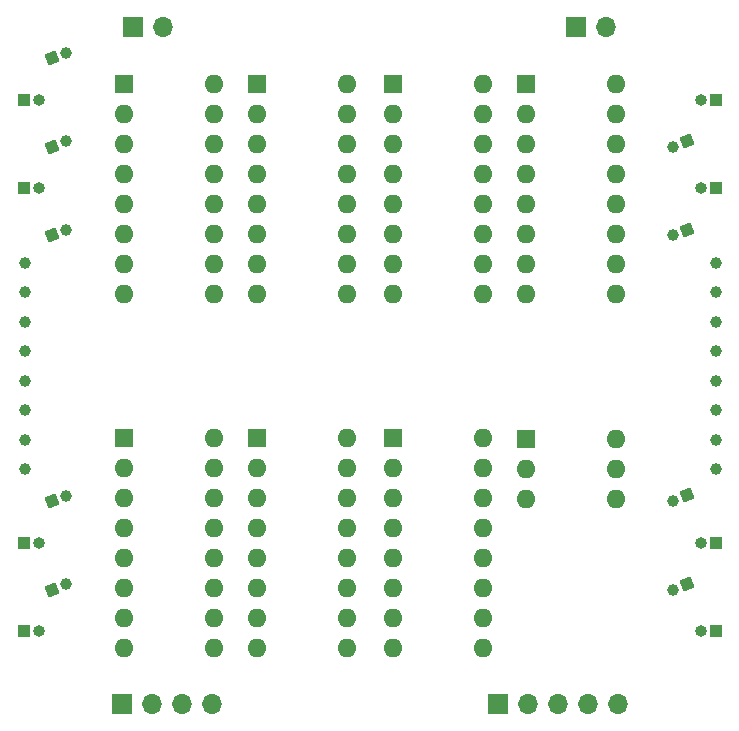
<source format=gbr>
%TF.GenerationSoftware,KiCad,Pcbnew,7.0.1*%
%TF.CreationDate,2023-08-30T09:26:48-04:00*%
%TF.ProjectId,TacTile-C,54616354-696c-4652-9d43-2e6b69636164,rev?*%
%TF.SameCoordinates,Original*%
%TF.FileFunction,Soldermask,Bot*%
%TF.FilePolarity,Negative*%
%FSLAX46Y46*%
G04 Gerber Fmt 4.6, Leading zero omitted, Abs format (unit mm)*
G04 Created by KiCad (PCBNEW 7.0.1) date 2023-08-30 09:26:48*
%MOMM*%
%LPD*%
G01*
G04 APERTURE LIST*
G04 Aperture macros list*
%AMHorizOval*
0 Thick line with rounded ends*
0 $1 width*
0 $2 $3 position (X,Y) of the first rounded end (center of the circle)*
0 $4 $5 position (X,Y) of the second rounded end (center of the circle)*
0 Add line between two ends*
20,1,$1,$2,$3,$4,$5,0*
0 Add two circle primitives to create the rounded ends*
1,1,$1,$2,$3*
1,1,$1,$4,$5*%
%AMRotRect*
0 Rectangle, with rotation*
0 The origin of the aperture is its center*
0 $1 length*
0 $2 width*
0 $3 Rotation angle, in degrees counterclockwise*
0 Add horizontal line*
21,1,$1,$2,0,0,$3*%
G04 Aperture macros list end*
%ADD10C,1.000000*%
%ADD11R,1.000000X1.000000*%
%ADD12O,1.000000X1.000000*%
%ADD13R,1.600000X1.600000*%
%ADD14O,1.600000X1.600000*%
%ADD15RotRect,1.000000X1.000000X292.000000*%
%ADD16HorizOval,1.000000X0.000000X0.000000X0.000000X0.000000X0*%
%ADD17RotRect,1.000000X1.000000X112.000000*%
%ADD18HorizOval,1.000000X0.000000X0.000000X0.000000X0.000000X0*%
%ADD19R,1.700000X1.700000*%
%ADD20O,1.700000X1.700000*%
G04 APERTURE END LIST*
D10*
%TO.C,JMP3*%
X25800000Y-51300000D03*
%TD*%
%TO.C,JMP6*%
X25800000Y-58800000D03*
%TD*%
%TO.C,JMP16*%
X84300000Y-63800000D03*
%TD*%
D11*
%TO.C,J6*%
X84300000Y-40000000D03*
D12*
X83030000Y-40000000D03*
%TD*%
D13*
%TO.C,U3*%
X45500000Y-31150000D03*
D14*
X45500000Y-33690000D03*
X45500000Y-36230000D03*
X45500000Y-38770000D03*
X45500000Y-41310000D03*
X45500000Y-43850000D03*
X45500000Y-46390000D03*
X45500000Y-48930000D03*
X53120000Y-48930000D03*
X53120000Y-46390000D03*
X53120000Y-43850000D03*
X53120000Y-41310000D03*
X53120000Y-38770000D03*
X53120000Y-36230000D03*
X53120000Y-33690000D03*
X53120000Y-31150000D03*
%TD*%
D10*
%TO.C,JMP14*%
X84300000Y-58800000D03*
%TD*%
D15*
%TO.C,J10*%
X81852670Y-66006506D03*
D16*
X80675147Y-66482256D03*
%TD*%
D10*
%TO.C,JMP4*%
X25800000Y-53800000D03*
%TD*%
D11*
%TO.C,J2*%
X84300000Y-32500000D03*
D12*
X83030000Y-32500000D03*
%TD*%
D10*
%TO.C,JMP10*%
X84300000Y-48800000D03*
%TD*%
%TO.C,JMP7*%
X25800000Y-61300000D03*
%TD*%
D13*
%TO.C,U6*%
X34250000Y-61150000D03*
D14*
X34250000Y-63690000D03*
X34250000Y-66230000D03*
X34250000Y-68770000D03*
X34250000Y-71310000D03*
X34250000Y-73850000D03*
X34250000Y-76390000D03*
X34250000Y-78930000D03*
X41870000Y-78930000D03*
X41870000Y-76390000D03*
X41870000Y-73850000D03*
X41870000Y-71310000D03*
X41870000Y-68770000D03*
X41870000Y-66230000D03*
X41870000Y-63690000D03*
X41870000Y-61150000D03*
%TD*%
D15*
%TO.C,J8*%
X81852670Y-43506506D03*
D16*
X80675147Y-43982256D03*
%TD*%
D17*
%TO.C,J1*%
X28147331Y-28993494D03*
D18*
X29324854Y-28517744D03*
%TD*%
D10*
%TO.C,JMP1*%
X25800000Y-46300000D03*
%TD*%
D15*
%TO.C,J14*%
X81852670Y-73506506D03*
D16*
X80675147Y-73982256D03*
%TD*%
D11*
%TO.C,J15*%
X25700000Y-77500000D03*
D12*
X26970000Y-77500000D03*
%TD*%
D10*
%TO.C,JMP8*%
X25800000Y-63800000D03*
%TD*%
D13*
%TO.C,U2*%
X34250000Y-31150000D03*
D14*
X34250000Y-33690000D03*
X34250000Y-36230000D03*
X34250000Y-38770000D03*
X34250000Y-41310000D03*
X34250000Y-43850000D03*
X34250000Y-46390000D03*
X34250000Y-48930000D03*
X41870000Y-48930000D03*
X41870000Y-46390000D03*
X41870000Y-43850000D03*
X41870000Y-41310000D03*
X41870000Y-38770000D03*
X41870000Y-36230000D03*
X41870000Y-33690000D03*
X41870000Y-31150000D03*
%TD*%
D11*
%TO.C,J17*%
X25700000Y-32500000D03*
D12*
X26970000Y-32500000D03*
%TD*%
D10*
%TO.C,JMP11*%
X84300000Y-51300000D03*
%TD*%
%TO.C,JMP9*%
X84300000Y-46300000D03*
%TD*%
D17*
%TO.C,J9*%
X28147331Y-66493494D03*
D18*
X29324854Y-66017744D03*
%TD*%
D13*
%TO.C,U4*%
X57000000Y-31150000D03*
D14*
X57000000Y-33690000D03*
X57000000Y-36230000D03*
X57000000Y-38770000D03*
X57000000Y-41310000D03*
X57000000Y-43850000D03*
X57000000Y-46390000D03*
X57000000Y-48930000D03*
X64620000Y-48930000D03*
X64620000Y-46390000D03*
X64620000Y-43850000D03*
X64620000Y-41310000D03*
X64620000Y-38770000D03*
X64620000Y-36230000D03*
X64620000Y-33690000D03*
X64620000Y-31150000D03*
%TD*%
D17*
%TO.C,J3*%
X28147331Y-36493494D03*
D18*
X29324854Y-36017744D03*
%TD*%
D10*
%TO.C,JMP2*%
X25800000Y-48800000D03*
%TD*%
%TO.C,JMP5*%
X25800000Y-56300000D03*
%TD*%
%TO.C,JMP13*%
X84300000Y-56300000D03*
%TD*%
D11*
%TO.C,J11*%
X25700000Y-70000000D03*
D12*
X26970000Y-70000000D03*
%TD*%
D13*
%TO.C,U5*%
X68250000Y-31150000D03*
D14*
X68250000Y-33690000D03*
X68250000Y-36230000D03*
X68250000Y-38770000D03*
X68250000Y-41310000D03*
X68250000Y-43850000D03*
X68250000Y-46390000D03*
X68250000Y-48930000D03*
X75870000Y-48930000D03*
X75870000Y-46390000D03*
X75870000Y-43850000D03*
X75870000Y-41310000D03*
X75870000Y-38770000D03*
X75870000Y-36230000D03*
X75870000Y-33690000D03*
X75870000Y-31150000D03*
%TD*%
D13*
%TO.C,U8*%
X57000000Y-61150000D03*
D14*
X57000000Y-63690000D03*
X57000000Y-66230000D03*
X57000000Y-68770000D03*
X57000000Y-71310000D03*
X57000000Y-73850000D03*
X57000000Y-76390000D03*
X57000000Y-78930000D03*
X64620000Y-78930000D03*
X64620000Y-76390000D03*
X64620000Y-73850000D03*
X64620000Y-71310000D03*
X64620000Y-68770000D03*
X64620000Y-66230000D03*
X64620000Y-63690000D03*
X64620000Y-61150000D03*
%TD*%
D11*
%TO.C,J12*%
X84300000Y-70000000D03*
D12*
X83030000Y-70000000D03*
%TD*%
D13*
%TO.C,U1*%
X68250000Y-61250000D03*
D14*
X68250000Y-63790000D03*
X68250000Y-66330000D03*
X75870000Y-66330000D03*
X75870000Y-63790000D03*
X75870000Y-61250000D03*
%TD*%
D13*
%TO.C,U7*%
X45500000Y-61150000D03*
D14*
X45500000Y-63690000D03*
X45500000Y-66230000D03*
X45500000Y-68770000D03*
X45500000Y-71310000D03*
X45500000Y-73850000D03*
X45500000Y-76390000D03*
X45500000Y-78930000D03*
X53120000Y-78930000D03*
X53120000Y-76390000D03*
X53120000Y-73850000D03*
X53120000Y-71310000D03*
X53120000Y-68770000D03*
X53120000Y-66230000D03*
X53120000Y-63690000D03*
X53120000Y-61150000D03*
%TD*%
D10*
%TO.C,JMP15*%
X84300000Y-61300000D03*
%TD*%
D15*
%TO.C,J4*%
X81852670Y-36006506D03*
D16*
X80675147Y-36482256D03*
%TD*%
D11*
%TO.C,J5*%
X25700000Y-40000000D03*
D12*
X26970000Y-40000000D03*
%TD*%
D17*
%TO.C,J13*%
X28147331Y-73993494D03*
D18*
X29324854Y-73517744D03*
%TD*%
D10*
%TO.C,JMP12*%
X84300000Y-53800000D03*
%TD*%
D11*
%TO.C,J16*%
X84300000Y-77500000D03*
D12*
X83030000Y-77500000D03*
%TD*%
D17*
%TO.C,J7*%
X28147331Y-43993494D03*
D18*
X29324854Y-43517744D03*
%TD*%
D19*
%TO.C,J18*%
X34000000Y-83625000D03*
D20*
X36540000Y-83625000D03*
X39080000Y-83625000D03*
X41620000Y-83625000D03*
%TD*%
D19*
%TO.C,J21*%
X72460000Y-26375000D03*
D20*
X75000000Y-26375000D03*
%TD*%
D19*
%TO.C,J19*%
X65840000Y-83625000D03*
D20*
X68380000Y-83625000D03*
X70920000Y-83625000D03*
X73460000Y-83625000D03*
X76000000Y-83625000D03*
%TD*%
D19*
%TO.C,J20*%
X35000000Y-26375000D03*
D20*
X37540000Y-26375000D03*
%TD*%
M02*

</source>
